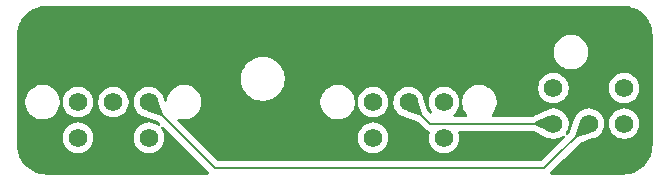
<source format=gbr>
%TF.GenerationSoftware,KiCad,Pcbnew,9.0.3*%
%TF.CreationDate,2025-10-12T18:36:48-05:00*%
%TF.ProjectId,MPPT-IOBreakoutPCB,4d505054-2d49-44f4-9272-65616b6f7574,rev?*%
%TF.SameCoordinates,Original*%
%TF.FileFunction,Copper,L2,Bot*%
%TF.FilePolarity,Positive*%
%FSLAX46Y46*%
G04 Gerber Fmt 4.6, Leading zero omitted, Abs format (unit mm)*
G04 Created by KiCad (PCBNEW 9.0.3) date 2025-10-12 18:36:48*
%MOMM*%
%LPD*%
G01*
G04 APERTURE LIST*
%TA.AperFunction,ComponentPad*%
%ADD10C,1.574800*%
%TD*%
%TA.AperFunction,Conductor*%
%ADD11C,0.200000*%
%TD*%
G04 APERTURE END LIST*
D10*
%TO.P,J1,1,Pin_1*%
%TO.N,+12V*%
X138840000Y-92679999D03*
%TO.P,J1,2,Pin_2*%
%TO.N,GND*%
X135840001Y-92679999D03*
%TO.P,J1,3,Pin_3*%
%TO.N,unconnected-(J1-Pin_3-Pad3)*%
X132840002Y-92679999D03*
%TO.P,J1,4,Pin_4*%
%TO.N,/CAN_H-in*%
X138840000Y-89680000D03*
%TO.P,J1,5,Pin_5*%
%TO.N,/CAN_L-in*%
X135840001Y-89680000D03*
%TO.P,J1,6,Pin_6*%
%TO.N,unconnected-(J1-Pin_6-Pad6)*%
X132840002Y-89680000D03*
%TD*%
%TO.P,J2,1,Pin_1*%
%TO.N,+12V*%
X113849998Y-92679999D03*
%TO.P,J2,2,Pin_2*%
%TO.N,GND*%
X110849999Y-92679999D03*
%TO.P,J2,3,Pin_3*%
%TO.N,unconnected-(J2-Pin_3-Pad3)*%
X107850000Y-92679999D03*
%TO.P,J2,4,Pin_4*%
%TO.N,/CAN_H-out*%
X113849998Y-89680000D03*
%TO.P,J2,5,Pin_5*%
%TO.N,/CAN_L-out*%
X110849999Y-89680000D03*
%TO.P,J2,6,Pin_6*%
%TO.N,unconnected-(J2-Pin_6-Pad6)*%
X107850000Y-89680000D03*
%TD*%
%TO.P,J3,1,Pin_1*%
%TO.N,+12V*%
X148104901Y-88490001D03*
%TO.P,J3,2,Pin_2*%
%TO.N,GND*%
X151104900Y-88490001D03*
%TO.P,J3,3,Pin_3*%
%TO.N,/CAN_H-in*%
X154104899Y-88490001D03*
%TO.P,J3,4,Pin_4*%
%TO.N,/CAN_L-in*%
X148104901Y-91490000D03*
%TO.P,J3,5,Pin_5*%
%TO.N,/CAN_H-out*%
X151104900Y-91490000D03*
%TO.P,J3,6,Pin_6*%
%TO.N,/CAN_L-out*%
X154104899Y-91490000D03*
%TD*%
D11*
%TO.N,/CAN_H-out*%
X147344900Y-95250000D02*
X119419998Y-95250000D01*
X151104900Y-91490000D02*
X147344900Y-95250000D01*
X119419998Y-95250000D02*
X113849998Y-89680000D01*
%TO.N,/CAN_L-in*%
X137650001Y-91490000D02*
X135840001Y-89680000D01*
X148104901Y-91490000D02*
X137650001Y-91490000D01*
%TD*%
%TA.AperFunction,Conductor*%
%TO.N,GND*%
G36*
X154003736Y-81500726D02*
G01*
X154293796Y-81518271D01*
X154308659Y-81520076D01*
X154590798Y-81571780D01*
X154605335Y-81575363D01*
X154879172Y-81660695D01*
X154893163Y-81666000D01*
X155154743Y-81783727D01*
X155167989Y-81790680D01*
X155413465Y-81939075D01*
X155425776Y-81947573D01*
X155651573Y-82124473D01*
X155662781Y-82134403D01*
X155865596Y-82337218D01*
X155875526Y-82348426D01*
X155995481Y-82501538D01*
X156052422Y-82574217D01*
X156060928Y-82586540D01*
X156209316Y-82832004D01*
X156216275Y-82845263D01*
X156333997Y-83106831D01*
X156339306Y-83120832D01*
X156424635Y-83394663D01*
X156428219Y-83409201D01*
X156479923Y-83691340D01*
X156481728Y-83706205D01*
X156499274Y-83996263D01*
X156499500Y-84003750D01*
X156499500Y-93296249D01*
X156499274Y-93303736D01*
X156481728Y-93593794D01*
X156479923Y-93608659D01*
X156428219Y-93890798D01*
X156424635Y-93905336D01*
X156339306Y-94179167D01*
X156333997Y-94193168D01*
X156216275Y-94454736D01*
X156209316Y-94467995D01*
X156060928Y-94713459D01*
X156052422Y-94725782D01*
X155875526Y-94951573D01*
X155865596Y-94962781D01*
X155662781Y-95165596D01*
X155651573Y-95175526D01*
X155425782Y-95352422D01*
X155413459Y-95360928D01*
X155167995Y-95509316D01*
X155154736Y-95516275D01*
X154893168Y-95633997D01*
X154879167Y-95639306D01*
X154605336Y-95724635D01*
X154590798Y-95728219D01*
X154308659Y-95779923D01*
X154293794Y-95781728D01*
X154003736Y-95799274D01*
X153996249Y-95799500D01*
X147943996Y-95799500D01*
X147876957Y-95779815D01*
X147831202Y-95727011D01*
X147821258Y-95657853D01*
X147850283Y-95594297D01*
X147856315Y-95587819D01*
X148989398Y-94454736D01*
X150315509Y-93128624D01*
X150363436Y-93098852D01*
X151397768Y-92748803D01*
X151403655Y-92747106D01*
X151406482Y-92746187D01*
X151406484Y-92746187D01*
X151599282Y-92683543D01*
X151779906Y-92591510D01*
X151906135Y-92499800D01*
X151943904Y-92472360D01*
X151943906Y-92472357D01*
X151943910Y-92472355D01*
X152087255Y-92329010D01*
X152087257Y-92329006D01*
X152087260Y-92329004D01*
X152191435Y-92185617D01*
X152206410Y-92165006D01*
X152298443Y-91984382D01*
X152361087Y-91791584D01*
X152392800Y-91591360D01*
X152392800Y-91388640D01*
X152816999Y-91388640D01*
X152816999Y-91591359D01*
X152838724Y-91728527D01*
X152848712Y-91791584D01*
X152911356Y-91984382D01*
X152980088Y-92119276D01*
X153003391Y-92165009D01*
X153122538Y-92329004D01*
X153265894Y-92472360D01*
X153394411Y-92565731D01*
X153429893Y-92591510D01*
X153610517Y-92683543D01*
X153803315Y-92746187D01*
X154003539Y-92777900D01*
X154003540Y-92777900D01*
X154206258Y-92777900D01*
X154206259Y-92777900D01*
X154406483Y-92746187D01*
X154599281Y-92683543D01*
X154779905Y-92591510D01*
X154906134Y-92499800D01*
X154943903Y-92472360D01*
X154943905Y-92472357D01*
X154943909Y-92472355D01*
X155087254Y-92329010D01*
X155087256Y-92329006D01*
X155087259Y-92329004D01*
X155191434Y-92185617D01*
X155206409Y-92165006D01*
X155298442Y-91984382D01*
X155361086Y-91791584D01*
X155392799Y-91591360D01*
X155392799Y-91388640D01*
X155361086Y-91188416D01*
X155298442Y-90995618D01*
X155206409Y-90814994D01*
X155182082Y-90781510D01*
X155087259Y-90650995D01*
X154943903Y-90507639D01*
X154779908Y-90388492D01*
X154779907Y-90388491D01*
X154779905Y-90388490D01*
X154599281Y-90296457D01*
X154406483Y-90233813D01*
X154406481Y-90233812D01*
X154406479Y-90233812D01*
X154266681Y-90211670D01*
X154206259Y-90202100D01*
X154003539Y-90202100D01*
X153957123Y-90209451D01*
X153803318Y-90233812D01*
X153610514Y-90296458D01*
X153429889Y-90388492D01*
X153265894Y-90507639D01*
X153122538Y-90650995D01*
X153003391Y-90814990D01*
X152911357Y-90995615D01*
X152848711Y-91188419D01*
X152816999Y-91388640D01*
X152392800Y-91388640D01*
X152361087Y-91188416D01*
X152298443Y-90995618D01*
X152206410Y-90814994D01*
X152182083Y-90781510D01*
X152087260Y-90650995D01*
X151943904Y-90507639D01*
X151779909Y-90388492D01*
X151779908Y-90388491D01*
X151779906Y-90388490D01*
X151599282Y-90296457D01*
X151406484Y-90233813D01*
X151406482Y-90233812D01*
X151406480Y-90233812D01*
X151266682Y-90211670D01*
X151206260Y-90202100D01*
X151003540Y-90202100D01*
X150957124Y-90209451D01*
X150803319Y-90233812D01*
X150610515Y-90296458D01*
X150429890Y-90388492D01*
X150265895Y-90507639D01*
X150122539Y-90650995D01*
X150003392Y-90814990D01*
X149911358Y-90995615D01*
X149847798Y-91191231D01*
X149846106Y-91197090D01*
X149496045Y-92231462D01*
X149466270Y-92279393D01*
X149326179Y-92419484D01*
X149264859Y-92452968D01*
X149195167Y-92447984D01*
X149139233Y-92406113D01*
X149114816Y-92340649D01*
X149129668Y-92272376D01*
X149138182Y-92258917D01*
X149191436Y-92185617D01*
X149206411Y-92165006D01*
X149298444Y-91984382D01*
X149361088Y-91791584D01*
X149392801Y-91591360D01*
X149392801Y-91388640D01*
X149361088Y-91188416D01*
X149298444Y-90995618D01*
X149206411Y-90814994D01*
X149182084Y-90781510D01*
X149087261Y-90650995D01*
X148943905Y-90507639D01*
X148779910Y-90388492D01*
X148779909Y-90388491D01*
X148779907Y-90388490D01*
X148599283Y-90296457D01*
X148406485Y-90233813D01*
X148406483Y-90233812D01*
X148406481Y-90233812D01*
X148266683Y-90211670D01*
X148206261Y-90202100D01*
X148003541Y-90202100D01*
X147957125Y-90209451D01*
X147803320Y-90233812D01*
X147610516Y-90296458D01*
X147427237Y-90389844D01*
X147421925Y-90392776D01*
X146845256Y-90677819D01*
X146467042Y-90864767D01*
X146442977Y-90876662D01*
X146388031Y-90889500D01*
X142990370Y-90889500D01*
X142923331Y-90869815D01*
X142877576Y-90817011D01*
X142867632Y-90747853D01*
X142896657Y-90684297D01*
X142902689Y-90677819D01*
X142918153Y-90662355D01*
X142951336Y-90629172D01*
X143086137Y-90443634D01*
X143190254Y-90239294D01*
X143261123Y-90021182D01*
X143267395Y-89981580D01*
X143296999Y-89794673D01*
X143296999Y-89565326D01*
X143261123Y-89338817D01*
X143211344Y-89185615D01*
X143190254Y-89120706D01*
X143190252Y-89120703D01*
X143190252Y-89120701D01*
X143131293Y-89004990D01*
X143086137Y-88916366D01*
X142951336Y-88730828D01*
X142789171Y-88568663D01*
X142672762Y-88484087D01*
X142672760Y-88484085D01*
X142603636Y-88433864D01*
X142603635Y-88433863D01*
X142603633Y-88433862D01*
X142521671Y-88392100D01*
X142514882Y-88388641D01*
X146817001Y-88388641D01*
X146817001Y-88591361D01*
X146848714Y-88791585D01*
X146911358Y-88984383D01*
X146980818Y-89120706D01*
X147003393Y-89165010D01*
X147122540Y-89329005D01*
X147265896Y-89472361D01*
X147380284Y-89555467D01*
X147429895Y-89591511D01*
X147610519Y-89683544D01*
X147803317Y-89746188D01*
X148003541Y-89777901D01*
X148003542Y-89777901D01*
X148206260Y-89777901D01*
X148206261Y-89777901D01*
X148406485Y-89746188D01*
X148599283Y-89683544D01*
X148779907Y-89591511D01*
X148879934Y-89518838D01*
X148943905Y-89472361D01*
X148943907Y-89472358D01*
X148943911Y-89472356D01*
X149087256Y-89329011D01*
X149087258Y-89329007D01*
X149087261Y-89329005D01*
X149191436Y-89185618D01*
X149206411Y-89165007D01*
X149298444Y-88984383D01*
X149361088Y-88791585D01*
X149392801Y-88591361D01*
X149392801Y-88388641D01*
X152816999Y-88388641D01*
X152816999Y-88591361D01*
X152848712Y-88791585D01*
X152911356Y-88984383D01*
X152980816Y-89120706D01*
X153003391Y-89165010D01*
X153122538Y-89329005D01*
X153265894Y-89472361D01*
X153380282Y-89555467D01*
X153429893Y-89591511D01*
X153610517Y-89683544D01*
X153803315Y-89746188D01*
X154003539Y-89777901D01*
X154003540Y-89777901D01*
X154206258Y-89777901D01*
X154206259Y-89777901D01*
X154406483Y-89746188D01*
X154599281Y-89683544D01*
X154779905Y-89591511D01*
X154879932Y-89518838D01*
X154943903Y-89472361D01*
X154943905Y-89472358D01*
X154943909Y-89472356D01*
X155087254Y-89329011D01*
X155087256Y-89329007D01*
X155087259Y-89329005D01*
X155191434Y-89185618D01*
X155206409Y-89165007D01*
X155298442Y-88984383D01*
X155361086Y-88791585D01*
X155392799Y-88591361D01*
X155392799Y-88388641D01*
X155361086Y-88188417D01*
X155298442Y-87995619D01*
X155206409Y-87814995D01*
X155198753Y-87804457D01*
X155087259Y-87650996D01*
X154943903Y-87507640D01*
X154779908Y-87388493D01*
X154779907Y-87388492D01*
X154779905Y-87388491D01*
X154599281Y-87296458D01*
X154406483Y-87233814D01*
X154406481Y-87233813D01*
X154406479Y-87233813D01*
X154266681Y-87211671D01*
X154206259Y-87202101D01*
X154003539Y-87202101D01*
X153957123Y-87209452D01*
X153803318Y-87233813D01*
X153610514Y-87296459D01*
X153429889Y-87388493D01*
X153265894Y-87507640D01*
X153122538Y-87650996D01*
X153003391Y-87814991D01*
X152911357Y-87995616D01*
X152848711Y-88188420D01*
X152826327Y-88329745D01*
X152816999Y-88388641D01*
X149392801Y-88388641D01*
X149361088Y-88188417D01*
X149298444Y-87995619D01*
X149206411Y-87814995D01*
X149198755Y-87804457D01*
X149087261Y-87650996D01*
X148943905Y-87507640D01*
X148779910Y-87388493D01*
X148779909Y-87388492D01*
X148779907Y-87388491D01*
X148599283Y-87296458D01*
X148406485Y-87233814D01*
X148406483Y-87233813D01*
X148406481Y-87233813D01*
X148266683Y-87211671D01*
X148206261Y-87202101D01*
X148003541Y-87202101D01*
X147957125Y-87209452D01*
X147803320Y-87233813D01*
X147610516Y-87296459D01*
X147429891Y-87388493D01*
X147265896Y-87507640D01*
X147122540Y-87650996D01*
X147003393Y-87814991D01*
X146911359Y-87995616D01*
X146848713Y-88188420D01*
X146826329Y-88329745D01*
X146817001Y-88388641D01*
X142514882Y-88388641D01*
X142399297Y-88329746D01*
X142181181Y-88258875D01*
X141954672Y-88223000D01*
X141954667Y-88223000D01*
X141725331Y-88223000D01*
X141725326Y-88223000D01*
X141498816Y-88258875D01*
X141280700Y-88329746D01*
X141076364Y-88433862D01*
X140890824Y-88568665D01*
X140728664Y-88730825D01*
X140593861Y-88916365D01*
X140489745Y-89120701D01*
X140418874Y-89338817D01*
X140382999Y-89565326D01*
X140382999Y-89794673D01*
X140418874Y-90021182D01*
X140489745Y-90239298D01*
X140566317Y-90389577D01*
X140593861Y-90443634D01*
X140728662Y-90629172D01*
X140728664Y-90629174D01*
X140777309Y-90677819D01*
X140810794Y-90739142D01*
X140805810Y-90808834D01*
X140763938Y-90864767D01*
X140698474Y-90889184D01*
X140689628Y-90889500D01*
X139748005Y-90889500D01*
X139680966Y-90869815D01*
X139635211Y-90817011D01*
X139625267Y-90747853D01*
X139654292Y-90684297D01*
X139675122Y-90665180D01*
X139676405Y-90664247D01*
X139679010Y-90662355D01*
X139822355Y-90519010D01*
X139822357Y-90519006D01*
X139822360Y-90519004D01*
X139877118Y-90443634D01*
X139941510Y-90355006D01*
X140033543Y-90174382D01*
X140096187Y-89981584D01*
X140127900Y-89781360D01*
X140127900Y-89578640D01*
X140096187Y-89378416D01*
X140033543Y-89185618D01*
X139941510Y-89004994D01*
X139881752Y-88922743D01*
X139822360Y-88840995D01*
X139679004Y-88697639D01*
X139515009Y-88578492D01*
X139515008Y-88578491D01*
X139515006Y-88578490D01*
X139334382Y-88486457D01*
X139141584Y-88423813D01*
X139141582Y-88423812D01*
X139141580Y-88423812D01*
X139001782Y-88401670D01*
X138941360Y-88392100D01*
X138738640Y-88392100D01*
X138692224Y-88399451D01*
X138538419Y-88423812D01*
X138345615Y-88486458D01*
X138164990Y-88578492D01*
X138000995Y-88697639D01*
X137857639Y-88840995D01*
X137738492Y-89004990D01*
X137646458Y-89185615D01*
X137583812Y-89378419D01*
X137571516Y-89456052D01*
X137552100Y-89578640D01*
X137552100Y-89781360D01*
X137583813Y-89981584D01*
X137596679Y-90021182D01*
X137646458Y-90174384D01*
X137738489Y-90355005D01*
X137806721Y-90448919D01*
X137830200Y-90514726D01*
X137814374Y-90582780D01*
X137764268Y-90631474D01*
X137695790Y-90645349D01*
X137630681Y-90619999D01*
X137618721Y-90609485D01*
X137478627Y-90469391D01*
X137448852Y-90421460D01*
X137406547Y-90296457D01*
X137098803Y-89387122D01*
X137097106Y-89381243D01*
X137096188Y-89378419D01*
X137096188Y-89378416D01*
X137033544Y-89185618D01*
X137033542Y-89185615D01*
X137033542Y-89185613D01*
X137000153Y-89120084D01*
X136941511Y-89004994D01*
X136881753Y-88922743D01*
X136822361Y-88840995D01*
X136679005Y-88697639D01*
X136515010Y-88578492D01*
X136515009Y-88578491D01*
X136515007Y-88578490D01*
X136334383Y-88486457D01*
X136141585Y-88423813D01*
X136141583Y-88423812D01*
X136141581Y-88423812D01*
X136001783Y-88401670D01*
X135941361Y-88392100D01*
X135738641Y-88392100D01*
X135692225Y-88399451D01*
X135538420Y-88423812D01*
X135345616Y-88486458D01*
X135164991Y-88578492D01*
X135000996Y-88697639D01*
X134857640Y-88840995D01*
X134738493Y-89004990D01*
X134646459Y-89185615D01*
X134583813Y-89378419D01*
X134571517Y-89456052D01*
X134552101Y-89578640D01*
X134552101Y-89781360D01*
X134583814Y-89981584D01*
X134646458Y-90174382D01*
X134738490Y-90355005D01*
X134738493Y-90355009D01*
X134857640Y-90519004D01*
X135000996Y-90662360D01*
X135154457Y-90773854D01*
X135164995Y-90781510D01*
X135280085Y-90840152D01*
X135345614Y-90873541D01*
X135345616Y-90873541D01*
X135345619Y-90873543D01*
X135538417Y-90936187D01*
X135538420Y-90936187D01*
X135541244Y-90937105D01*
X135547126Y-90938802D01*
X136553463Y-91279376D01*
X136581461Y-91288851D01*
X136629391Y-91318625D01*
X137281285Y-91970520D01*
X137281287Y-91970521D01*
X137281291Y-91970524D01*
X137418210Y-92049573D01*
X137418217Y-92049577D01*
X137542626Y-92082913D01*
X137602283Y-92119276D01*
X137632812Y-92182123D01*
X137628460Y-92241003D01*
X137583813Y-92378413D01*
X137583812Y-92378418D01*
X137560868Y-92523280D01*
X137552100Y-92578639D01*
X137552100Y-92781359D01*
X137583813Y-92981583D01*
X137646457Y-93174381D01*
X137710463Y-93300000D01*
X137738492Y-93355008D01*
X137857639Y-93519003D01*
X138000995Y-93662359D01*
X138154456Y-93773853D01*
X138164994Y-93781509D01*
X138345618Y-93873542D01*
X138538416Y-93936186D01*
X138738640Y-93967899D01*
X138738641Y-93967899D01*
X138941359Y-93967899D01*
X138941360Y-93967899D01*
X139141584Y-93936186D01*
X139334382Y-93873542D01*
X139515006Y-93781509D01*
X139607085Y-93714609D01*
X139679004Y-93662359D01*
X139679006Y-93662356D01*
X139679010Y-93662354D01*
X139822355Y-93519009D01*
X139822357Y-93519005D01*
X139822360Y-93519003D01*
X139874610Y-93447084D01*
X139941510Y-93355005D01*
X140033543Y-93174381D01*
X140096187Y-92981583D01*
X140127900Y-92781359D01*
X140127900Y-92578639D01*
X140096187Y-92378415D01*
X140055378Y-92252818D01*
X140053383Y-92182977D01*
X140089463Y-92123144D01*
X140152164Y-92092316D01*
X140173309Y-92090500D01*
X146388033Y-92090500D01*
X146442978Y-92103337D01*
X147421915Y-92587217D01*
X147427254Y-92590164D01*
X147429893Y-92591508D01*
X147429895Y-92591510D01*
X147610519Y-92683543D01*
X147803317Y-92746187D01*
X148003541Y-92777900D01*
X148003542Y-92777900D01*
X148206260Y-92777900D01*
X148206261Y-92777900D01*
X148406485Y-92746187D01*
X148599283Y-92683543D01*
X148779907Y-92591510D01*
X148873819Y-92523279D01*
X148939624Y-92499800D01*
X149007678Y-92515625D01*
X149056373Y-92565731D01*
X149070248Y-92634209D01*
X149044899Y-92699318D01*
X149034384Y-92711279D01*
X147132484Y-94613181D01*
X147071161Y-94646666D01*
X147044803Y-94649500D01*
X119720096Y-94649500D01*
X119653057Y-94629815D01*
X119632415Y-94613181D01*
X117597873Y-92578639D01*
X131552102Y-92578639D01*
X131552102Y-92781359D01*
X131583815Y-92981583D01*
X131646459Y-93174381D01*
X131710465Y-93300000D01*
X131738494Y-93355008D01*
X131857641Y-93519003D01*
X132000997Y-93662359D01*
X132154458Y-93773853D01*
X132164996Y-93781509D01*
X132345620Y-93873542D01*
X132538418Y-93936186D01*
X132738642Y-93967899D01*
X132738643Y-93967899D01*
X132941361Y-93967899D01*
X132941362Y-93967899D01*
X133141586Y-93936186D01*
X133334384Y-93873542D01*
X133515008Y-93781509D01*
X133607087Y-93714609D01*
X133679006Y-93662359D01*
X133679008Y-93662356D01*
X133679012Y-93662354D01*
X133822357Y-93519009D01*
X133822359Y-93519005D01*
X133822362Y-93519003D01*
X133874612Y-93447084D01*
X133941512Y-93355005D01*
X134033545Y-93174381D01*
X134096189Y-92981583D01*
X134127902Y-92781359D01*
X134127902Y-92578639D01*
X134096189Y-92378415D01*
X134033545Y-92185617D01*
X133941512Y-92004993D01*
X133916465Y-91970518D01*
X133822362Y-91840994D01*
X133679006Y-91697638D01*
X133515011Y-91578491D01*
X133515010Y-91578490D01*
X133515008Y-91578489D01*
X133334384Y-91486456D01*
X133141586Y-91423812D01*
X133141584Y-91423811D01*
X133141582Y-91423811D01*
X133001784Y-91401669D01*
X132941362Y-91392099D01*
X132738642Y-91392099D01*
X132692226Y-91399450D01*
X132538421Y-91423811D01*
X132345617Y-91486457D01*
X132164992Y-91578491D01*
X132000997Y-91697638D01*
X131857641Y-91840994D01*
X131738494Y-92004989D01*
X131646460Y-92185614D01*
X131583814Y-92378418D01*
X131560870Y-92523280D01*
X131552102Y-92578639D01*
X117597873Y-92578639D01*
X116298610Y-91279376D01*
X116265125Y-91218053D01*
X116270109Y-91148361D01*
X116311981Y-91092428D01*
X116377445Y-91068011D01*
X116424610Y-91073764D01*
X116508814Y-91101124D01*
X116735324Y-91137000D01*
X116735329Y-91137000D01*
X116964670Y-91137000D01*
X117191179Y-91101124D01*
X117217942Y-91092428D01*
X117409291Y-91030255D01*
X117613631Y-90926138D01*
X117799169Y-90791337D01*
X117961334Y-90629172D01*
X118096135Y-90443634D01*
X118200252Y-90239294D01*
X118271121Y-90021182D01*
X118277393Y-89981580D01*
X118306997Y-89794673D01*
X118306997Y-89565326D01*
X128383003Y-89565326D01*
X128383003Y-89794673D01*
X128418878Y-90021182D01*
X128489749Y-90239298D01*
X128566321Y-90389577D01*
X128593865Y-90443634D01*
X128728666Y-90629172D01*
X128890831Y-90791337D01*
X129076369Y-90926138D01*
X129158331Y-90967900D01*
X129280704Y-91030253D01*
X129280706Y-91030253D01*
X129280709Y-91030255D01*
X129396910Y-91068011D01*
X129498820Y-91101124D01*
X129725330Y-91137000D01*
X129725335Y-91137000D01*
X129954676Y-91137000D01*
X130181185Y-91101124D01*
X130207948Y-91092428D01*
X130399297Y-91030255D01*
X130603637Y-90926138D01*
X130789175Y-90791337D01*
X130951340Y-90629172D01*
X131086141Y-90443634D01*
X131190258Y-90239294D01*
X131261127Y-90021182D01*
X131267399Y-89981580D01*
X131297003Y-89794673D01*
X131297003Y-89578640D01*
X131552102Y-89578640D01*
X131552102Y-89781360D01*
X131583815Y-89981584D01*
X131646459Y-90174382D01*
X131738491Y-90355005D01*
X131738494Y-90355009D01*
X131857641Y-90519004D01*
X132000997Y-90662360D01*
X132154458Y-90773854D01*
X132164996Y-90781510D01*
X132345620Y-90873543D01*
X132538418Y-90936187D01*
X132738642Y-90967900D01*
X132738643Y-90967900D01*
X132941361Y-90967900D01*
X132941362Y-90967900D01*
X133141586Y-90936187D01*
X133334384Y-90873543D01*
X133515008Y-90781510D01*
X133607087Y-90714610D01*
X133679006Y-90662360D01*
X133679008Y-90662357D01*
X133679012Y-90662355D01*
X133822357Y-90519010D01*
X133822359Y-90519006D01*
X133822362Y-90519004D01*
X133877120Y-90443634D01*
X133941512Y-90355006D01*
X134033545Y-90174382D01*
X134096189Y-89981584D01*
X134127902Y-89781360D01*
X134127902Y-89578640D01*
X134096189Y-89378416D01*
X134033545Y-89185618D01*
X133941512Y-89004994D01*
X133881754Y-88922743D01*
X133822362Y-88840995D01*
X133679006Y-88697639D01*
X133515011Y-88578492D01*
X133515010Y-88578491D01*
X133515008Y-88578490D01*
X133334384Y-88486457D01*
X133141586Y-88423813D01*
X133141584Y-88423812D01*
X133141582Y-88423812D01*
X133001784Y-88401670D01*
X132941362Y-88392100D01*
X132738642Y-88392100D01*
X132692226Y-88399451D01*
X132538421Y-88423812D01*
X132345617Y-88486458D01*
X132164992Y-88578492D01*
X132000997Y-88697639D01*
X131857641Y-88840995D01*
X131738494Y-89004990D01*
X131646460Y-89185615D01*
X131583814Y-89378419D01*
X131571518Y-89456052D01*
X131552102Y-89578640D01*
X131297003Y-89578640D01*
X131297003Y-89565326D01*
X131261127Y-89338817D01*
X131211348Y-89185615D01*
X131190258Y-89120706D01*
X131190256Y-89120703D01*
X131190256Y-89120701D01*
X131131297Y-89004990D01*
X131086141Y-88916366D01*
X130951340Y-88730828D01*
X130789175Y-88568663D01*
X130603637Y-88433862D01*
X130583913Y-88423812D01*
X130399301Y-88329746D01*
X130181185Y-88258875D01*
X129954676Y-88223000D01*
X129954671Y-88223000D01*
X129725335Y-88223000D01*
X129725330Y-88223000D01*
X129498820Y-88258875D01*
X129280704Y-88329746D01*
X129076368Y-88433862D01*
X128890828Y-88568665D01*
X128728668Y-88730825D01*
X128593865Y-88916365D01*
X128489749Y-89120701D01*
X128418878Y-89338817D01*
X128383003Y-89565326D01*
X118306997Y-89565326D01*
X118271121Y-89338817D01*
X118221342Y-89185615D01*
X118200252Y-89120706D01*
X118200250Y-89120703D01*
X118200250Y-89120701D01*
X118141291Y-89004990D01*
X118096135Y-88916366D01*
X117961334Y-88730828D01*
X117799169Y-88568663D01*
X117613631Y-88433862D01*
X117593907Y-88423812D01*
X117409295Y-88329746D01*
X117191179Y-88258875D01*
X116964670Y-88223000D01*
X116964665Y-88223000D01*
X116735329Y-88223000D01*
X116735324Y-88223000D01*
X116508814Y-88258875D01*
X116290698Y-88329746D01*
X116086362Y-88433862D01*
X115900822Y-88568665D01*
X115738662Y-88730825D01*
X115603859Y-88916365D01*
X115499743Y-89120701D01*
X115428873Y-89338816D01*
X115400306Y-89519174D01*
X115397905Y-89524236D01*
X115398134Y-89529837D01*
X115383100Y-89555467D01*
X115370376Y-89582308D01*
X115365619Y-89585269D01*
X115362784Y-89590104D01*
X115336278Y-89603538D01*
X115311064Y-89619239D01*
X115305462Y-89619158D01*
X115300463Y-89621693D01*
X115270906Y-89618665D01*
X115241202Y-89618241D01*
X115236530Y-89615143D01*
X115230957Y-89614573D01*
X115207736Y-89596052D01*
X115182969Y-89579631D01*
X115179559Y-89573578D01*
X115176334Y-89571006D01*
X115160377Y-89539525D01*
X115157098Y-89529837D01*
X115108800Y-89387122D01*
X115107102Y-89381241D01*
X115106185Y-89378419D01*
X115106185Y-89378416D01*
X115043541Y-89185618D01*
X115043539Y-89185615D01*
X115043539Y-89185613D01*
X115010150Y-89120084D01*
X114951508Y-89004994D01*
X114891750Y-88922743D01*
X114832358Y-88840995D01*
X114689002Y-88697639D01*
X114525007Y-88578492D01*
X114525006Y-88578491D01*
X114525004Y-88578490D01*
X114344380Y-88486457D01*
X114151582Y-88423813D01*
X114151580Y-88423812D01*
X114151578Y-88423812D01*
X114011780Y-88401670D01*
X113951358Y-88392100D01*
X113748638Y-88392100D01*
X113702222Y-88399451D01*
X113548417Y-88423812D01*
X113355613Y-88486458D01*
X113174988Y-88578492D01*
X113010993Y-88697639D01*
X112867637Y-88840995D01*
X112748490Y-89004990D01*
X112656456Y-89185615D01*
X112593810Y-89378419D01*
X112581514Y-89456052D01*
X112562098Y-89578640D01*
X112562098Y-89781360D01*
X112593811Y-89981584D01*
X112656455Y-90174382D01*
X112748487Y-90355005D01*
X112748490Y-90355009D01*
X112867637Y-90519004D01*
X113010993Y-90662360D01*
X113164454Y-90773854D01*
X113174992Y-90781510D01*
X113290082Y-90840152D01*
X113355611Y-90873541D01*
X113355613Y-90873541D01*
X113355616Y-90873543D01*
X113548414Y-90936187D01*
X113548419Y-90936187D01*
X113551239Y-90937104D01*
X113557120Y-90938802D01*
X114591458Y-91288852D01*
X114639389Y-91318627D01*
X114779480Y-91458718D01*
X114812965Y-91520041D01*
X114807981Y-91589733D01*
X114766109Y-91645666D01*
X114700645Y-91670083D01*
X114632372Y-91655231D01*
X114618914Y-91646718D01*
X114525003Y-91578488D01*
X114344382Y-91486457D01*
X114344381Y-91486456D01*
X114344380Y-91486456D01*
X114151582Y-91423812D01*
X114151580Y-91423811D01*
X114151578Y-91423811D01*
X114011780Y-91401669D01*
X113951358Y-91392099D01*
X113748638Y-91392099D01*
X113702222Y-91399450D01*
X113548417Y-91423811D01*
X113355613Y-91486457D01*
X113174988Y-91578491D01*
X113010993Y-91697638D01*
X112867637Y-91840994D01*
X112748490Y-92004989D01*
X112656456Y-92185614D01*
X112593810Y-92378418D01*
X112570866Y-92523280D01*
X112562098Y-92578639D01*
X112562098Y-92781359D01*
X112593811Y-92981583D01*
X112656455Y-93174381D01*
X112720461Y-93300000D01*
X112748490Y-93355008D01*
X112867637Y-93519003D01*
X113010993Y-93662359D01*
X113164454Y-93773853D01*
X113174992Y-93781509D01*
X113355616Y-93873542D01*
X113548414Y-93936186D01*
X113748638Y-93967899D01*
X113748639Y-93967899D01*
X113951357Y-93967899D01*
X113951358Y-93967899D01*
X114151582Y-93936186D01*
X114344380Y-93873542D01*
X114525004Y-93781509D01*
X114617083Y-93714609D01*
X114689002Y-93662359D01*
X114689004Y-93662356D01*
X114689008Y-93662354D01*
X114832353Y-93519009D01*
X114832355Y-93519005D01*
X114832358Y-93519003D01*
X114884608Y-93447084D01*
X114951508Y-93355005D01*
X115043541Y-93174381D01*
X115106185Y-92981583D01*
X115137898Y-92781359D01*
X115137898Y-92578639D01*
X115106185Y-92378415D01*
X115043541Y-92185617D01*
X114951508Y-92004993D01*
X114926461Y-91970518D01*
X114883279Y-91911082D01*
X114859799Y-91845275D01*
X114875625Y-91777222D01*
X114925731Y-91728527D01*
X114994209Y-91714652D01*
X115059318Y-91740001D01*
X115071278Y-91750516D01*
X118908581Y-95587819D01*
X118942066Y-95649142D01*
X118937082Y-95718834D01*
X118895210Y-95774767D01*
X118829746Y-95799184D01*
X118820900Y-95799500D01*
X105203751Y-95799500D01*
X105196264Y-95799274D01*
X104906205Y-95781728D01*
X104891340Y-95779923D01*
X104609201Y-95728219D01*
X104594663Y-95724635D01*
X104320832Y-95639306D01*
X104306831Y-95633997D01*
X104045263Y-95516275D01*
X104032004Y-95509316D01*
X103786540Y-95360928D01*
X103774217Y-95352422D01*
X103548426Y-95175526D01*
X103537218Y-95165596D01*
X103334403Y-94962781D01*
X103324473Y-94951573D01*
X103147573Y-94725776D01*
X103139075Y-94713465D01*
X102990680Y-94467989D01*
X102983727Y-94454743D01*
X102866000Y-94193163D01*
X102860693Y-94179167D01*
X102775364Y-93905336D01*
X102771780Y-93890798D01*
X102751752Y-93781509D01*
X102720075Y-93608657D01*
X102718271Y-93593794D01*
X102700726Y-93303736D01*
X102700500Y-93296249D01*
X102700500Y-92578639D01*
X106562100Y-92578639D01*
X106562100Y-92781359D01*
X106593813Y-92981583D01*
X106656457Y-93174381D01*
X106720463Y-93300000D01*
X106748492Y-93355008D01*
X106867639Y-93519003D01*
X107010995Y-93662359D01*
X107164456Y-93773853D01*
X107174994Y-93781509D01*
X107355618Y-93873542D01*
X107548416Y-93936186D01*
X107748640Y-93967899D01*
X107748641Y-93967899D01*
X107951359Y-93967899D01*
X107951360Y-93967899D01*
X108151584Y-93936186D01*
X108344382Y-93873542D01*
X108525006Y-93781509D01*
X108617085Y-93714609D01*
X108689004Y-93662359D01*
X108689006Y-93662356D01*
X108689010Y-93662354D01*
X108832355Y-93519009D01*
X108832357Y-93519005D01*
X108832360Y-93519003D01*
X108884610Y-93447084D01*
X108951510Y-93355005D01*
X109043543Y-93174381D01*
X109106187Y-92981583D01*
X109137900Y-92781359D01*
X109137900Y-92578639D01*
X109106187Y-92378415D01*
X109043543Y-92185617D01*
X108951510Y-92004993D01*
X108926463Y-91970518D01*
X108832360Y-91840994D01*
X108689004Y-91697638D01*
X108525009Y-91578491D01*
X108525008Y-91578490D01*
X108525006Y-91578489D01*
X108344382Y-91486456D01*
X108151584Y-91423812D01*
X108151582Y-91423811D01*
X108151580Y-91423811D01*
X108011782Y-91401669D01*
X107951360Y-91392099D01*
X107748640Y-91392099D01*
X107702224Y-91399450D01*
X107548419Y-91423811D01*
X107355615Y-91486457D01*
X107174990Y-91578491D01*
X107010995Y-91697638D01*
X106867639Y-91840994D01*
X106748492Y-92004989D01*
X106656458Y-92185614D01*
X106593812Y-92378418D01*
X106570868Y-92523280D01*
X106562100Y-92578639D01*
X102700500Y-92578639D01*
X102700500Y-89565326D01*
X103393001Y-89565326D01*
X103393001Y-89794673D01*
X103428876Y-90021182D01*
X103499747Y-90239298D01*
X103576319Y-90389577D01*
X103603863Y-90443634D01*
X103738664Y-90629172D01*
X103900829Y-90791337D01*
X104086367Y-90926138D01*
X104168329Y-90967900D01*
X104290702Y-91030253D01*
X104290704Y-91030253D01*
X104290707Y-91030255D01*
X104406908Y-91068011D01*
X104508818Y-91101124D01*
X104735328Y-91137000D01*
X104735333Y-91137000D01*
X104964674Y-91137000D01*
X105191183Y-91101124D01*
X105217946Y-91092428D01*
X105409295Y-91030255D01*
X105613635Y-90926138D01*
X105799173Y-90791337D01*
X105961338Y-90629172D01*
X106096139Y-90443634D01*
X106200256Y-90239294D01*
X106271125Y-90021182D01*
X106277397Y-89981580D01*
X106307001Y-89794673D01*
X106307001Y-89578640D01*
X106562100Y-89578640D01*
X106562100Y-89781360D01*
X106593813Y-89981584D01*
X106656457Y-90174382D01*
X106748489Y-90355005D01*
X106748492Y-90355009D01*
X106867639Y-90519004D01*
X107010995Y-90662360D01*
X107164456Y-90773854D01*
X107174994Y-90781510D01*
X107355618Y-90873543D01*
X107548416Y-90936187D01*
X107748640Y-90967900D01*
X107748641Y-90967900D01*
X107951359Y-90967900D01*
X107951360Y-90967900D01*
X108151584Y-90936187D01*
X108344382Y-90873543D01*
X108525006Y-90781510D01*
X108617085Y-90714610D01*
X108689004Y-90662360D01*
X108689006Y-90662357D01*
X108689010Y-90662355D01*
X108832355Y-90519010D01*
X108832357Y-90519006D01*
X108832360Y-90519004D01*
X108887118Y-90443634D01*
X108951510Y-90355006D01*
X109043543Y-90174382D01*
X109106187Y-89981584D01*
X109137900Y-89781360D01*
X109137900Y-89578640D01*
X109562099Y-89578640D01*
X109562099Y-89781360D01*
X109593812Y-89981584D01*
X109656456Y-90174382D01*
X109748488Y-90355005D01*
X109748491Y-90355009D01*
X109867638Y-90519004D01*
X110010994Y-90662360D01*
X110164455Y-90773854D01*
X110174993Y-90781510D01*
X110355617Y-90873543D01*
X110548415Y-90936187D01*
X110748639Y-90967900D01*
X110748640Y-90967900D01*
X110951358Y-90967900D01*
X110951359Y-90967900D01*
X111151583Y-90936187D01*
X111344381Y-90873543D01*
X111525005Y-90781510D01*
X111617084Y-90714610D01*
X111689003Y-90662360D01*
X111689005Y-90662357D01*
X111689009Y-90662355D01*
X111832354Y-90519010D01*
X111832356Y-90519006D01*
X111832359Y-90519004D01*
X111887117Y-90443634D01*
X111951509Y-90355006D01*
X112043542Y-90174382D01*
X112106186Y-89981584D01*
X112137899Y-89781360D01*
X112137899Y-89578640D01*
X112106186Y-89378416D01*
X112043542Y-89185618D01*
X111951509Y-89004994D01*
X111891751Y-88922743D01*
X111832359Y-88840995D01*
X111689003Y-88697639D01*
X111525008Y-88578492D01*
X111525007Y-88578491D01*
X111525005Y-88578490D01*
X111344381Y-88486457D01*
X111151583Y-88423813D01*
X111151581Y-88423812D01*
X111151579Y-88423812D01*
X111011781Y-88401670D01*
X110951359Y-88392100D01*
X110748639Y-88392100D01*
X110702223Y-88399451D01*
X110548418Y-88423812D01*
X110355614Y-88486458D01*
X110174989Y-88578492D01*
X110010994Y-88697639D01*
X109867638Y-88840995D01*
X109748491Y-89004990D01*
X109656457Y-89185615D01*
X109593811Y-89378419D01*
X109581515Y-89456052D01*
X109562099Y-89578640D01*
X109137900Y-89578640D01*
X109106187Y-89378416D01*
X109043543Y-89185618D01*
X108951510Y-89004994D01*
X108891752Y-88922743D01*
X108832360Y-88840995D01*
X108689004Y-88697639D01*
X108525009Y-88578492D01*
X108525008Y-88578491D01*
X108525006Y-88578490D01*
X108344382Y-88486457D01*
X108151584Y-88423813D01*
X108151582Y-88423812D01*
X108151580Y-88423812D01*
X108011782Y-88401670D01*
X107951360Y-88392100D01*
X107748640Y-88392100D01*
X107702224Y-88399451D01*
X107548419Y-88423812D01*
X107355615Y-88486458D01*
X107174990Y-88578492D01*
X107010995Y-88697639D01*
X106867639Y-88840995D01*
X106748492Y-89004990D01*
X106656458Y-89185615D01*
X106593812Y-89378419D01*
X106581516Y-89456052D01*
X106562100Y-89578640D01*
X106307001Y-89578640D01*
X106307001Y-89565326D01*
X106271125Y-89338817D01*
X106221346Y-89185615D01*
X106200256Y-89120706D01*
X106200254Y-89120703D01*
X106200254Y-89120701D01*
X106141295Y-89004990D01*
X106096139Y-88916366D01*
X105961338Y-88730828D01*
X105799173Y-88568663D01*
X105613635Y-88433862D01*
X105593911Y-88423812D01*
X105409299Y-88329746D01*
X105191183Y-88258875D01*
X104964674Y-88223000D01*
X104964669Y-88223000D01*
X104735333Y-88223000D01*
X104735328Y-88223000D01*
X104508818Y-88258875D01*
X104290702Y-88329746D01*
X104086366Y-88433862D01*
X103900826Y-88568665D01*
X103738666Y-88730825D01*
X103603863Y-88916365D01*
X103499747Y-89120701D01*
X103428876Y-89338817D01*
X103393001Y-89565326D01*
X102700500Y-89565326D01*
X102700500Y-87578711D01*
X121649500Y-87578711D01*
X121649500Y-87821288D01*
X121681161Y-88061785D01*
X121743947Y-88296104D01*
X121836773Y-88520205D01*
X121836776Y-88520212D01*
X121958064Y-88730289D01*
X121958066Y-88730292D01*
X121958067Y-88730293D01*
X122105733Y-88922736D01*
X122105739Y-88922743D01*
X122277256Y-89094260D01*
X122277263Y-89094266D01*
X122369455Y-89165007D01*
X122469711Y-89241936D01*
X122679788Y-89363224D01*
X122903900Y-89456054D01*
X123138211Y-89518838D01*
X123318586Y-89542584D01*
X123378711Y-89550500D01*
X123378712Y-89550500D01*
X123621289Y-89550500D01*
X123669388Y-89544167D01*
X123861789Y-89518838D01*
X124096100Y-89456054D01*
X124110315Y-89450165D01*
X124120617Y-89445899D01*
X124163856Y-89427988D01*
X124320212Y-89363224D01*
X124530289Y-89241936D01*
X124722738Y-89094265D01*
X124894265Y-88922738D01*
X125041936Y-88730289D01*
X125163224Y-88520212D01*
X125256054Y-88296100D01*
X125318838Y-88061789D01*
X125350500Y-87821288D01*
X125350500Y-87578712D01*
X125318838Y-87338211D01*
X125256054Y-87103900D01*
X125163224Y-86879788D01*
X125041936Y-86669711D01*
X124894265Y-86477262D01*
X124894260Y-86477256D01*
X124722743Y-86305739D01*
X124722736Y-86305733D01*
X124530293Y-86158067D01*
X124530292Y-86158066D01*
X124530289Y-86158064D01*
X124320212Y-86036776D01*
X124320205Y-86036773D01*
X124096104Y-85943947D01*
X123861785Y-85881161D01*
X123621289Y-85849500D01*
X123621288Y-85849500D01*
X123378712Y-85849500D01*
X123378711Y-85849500D01*
X123138214Y-85881161D01*
X122903895Y-85943947D01*
X122679794Y-86036773D01*
X122679785Y-86036777D01*
X122469706Y-86158067D01*
X122277263Y-86305733D01*
X122277256Y-86305739D01*
X122105739Y-86477256D01*
X122105733Y-86477263D01*
X121958067Y-86669706D01*
X121836777Y-86879785D01*
X121836773Y-86879794D01*
X121743947Y-87103895D01*
X121681161Y-87338214D01*
X121649500Y-87578711D01*
X102700500Y-87578711D01*
X102700500Y-85325325D01*
X148147901Y-85325325D01*
X148147901Y-85554672D01*
X148183776Y-85781181D01*
X148254647Y-85999297D01*
X148335544Y-86158064D01*
X148358763Y-86203633D01*
X148493564Y-86389171D01*
X148655729Y-86551336D01*
X148841267Y-86686137D01*
X148937807Y-86735327D01*
X149045602Y-86790252D01*
X149045604Y-86790252D01*
X149045607Y-86790254D01*
X149162520Y-86828241D01*
X149263718Y-86861123D01*
X149490228Y-86896999D01*
X149490233Y-86896999D01*
X149719574Y-86896999D01*
X149946083Y-86861123D01*
X150164195Y-86790254D01*
X150368535Y-86686137D01*
X150554073Y-86551336D01*
X150716238Y-86389171D01*
X150851039Y-86203633D01*
X150955156Y-85999293D01*
X151026025Y-85781181D01*
X151061901Y-85554672D01*
X151061901Y-85325325D01*
X151026025Y-85098816D01*
X150955154Y-84880700D01*
X150851038Y-84676364D01*
X150716238Y-84490827D01*
X150554073Y-84328662D01*
X150368535Y-84193861D01*
X150164199Y-84089745D01*
X149946083Y-84018874D01*
X149719574Y-83982999D01*
X149719569Y-83982999D01*
X149490233Y-83982999D01*
X149490228Y-83982999D01*
X149263718Y-84018874D01*
X149045602Y-84089745D01*
X148841266Y-84193861D01*
X148655726Y-84328664D01*
X148493566Y-84490824D01*
X148358763Y-84676364D01*
X148254647Y-84880700D01*
X148183776Y-85098816D01*
X148147901Y-85325325D01*
X102700500Y-85325325D01*
X102700500Y-84003750D01*
X102700726Y-83996263D01*
X102718271Y-83706205D01*
X102720076Y-83691340D01*
X102771780Y-83409201D01*
X102775364Y-83394663D01*
X102852096Y-83148422D01*
X102860696Y-83120822D01*
X102865998Y-83106841D01*
X102983731Y-82845249D01*
X102990676Y-82832016D01*
X103139080Y-82586526D01*
X103147567Y-82574230D01*
X103324480Y-82348417D01*
X103334395Y-82337226D01*
X103537226Y-82134395D01*
X103548417Y-82124480D01*
X103774230Y-81947567D01*
X103786526Y-81939080D01*
X104032016Y-81790676D01*
X104045249Y-81783731D01*
X104306841Y-81665998D01*
X104320822Y-81660696D01*
X104594668Y-81575362D01*
X104609197Y-81571780D01*
X104891344Y-81520075D01*
X104906201Y-81518271D01*
X105196264Y-81500726D01*
X105203751Y-81500500D01*
X105265892Y-81500500D01*
X153934108Y-81500500D01*
X153996249Y-81500500D01*
X154003736Y-81500726D01*
G37*
%TD.AperFunction*%
%TD*%
%TA.AperFunction,Conductor*%
%TO.N,/CAN_H-out*%
G36*
X151097919Y-91487772D02*
G01*
X151105370Y-91492740D01*
X151107127Y-91496980D01*
X151256523Y-92252205D01*
X151254766Y-92260985D01*
X151248796Y-92265558D01*
X150079641Y-92661234D01*
X150070706Y-92660640D01*
X150067617Y-92658424D01*
X149936475Y-92527282D01*
X149933048Y-92519009D01*
X149933663Y-92515264D01*
X150329341Y-91346102D01*
X150335240Y-91339365D01*
X150342691Y-91338376D01*
X151097919Y-91487772D01*
G37*
%TD.AperFunction*%
%TD*%
%TA.AperFunction,Conductor*%
%TO.N,/CAN_H-out*%
G36*
X114620983Y-89530133D02*
G01*
X114625556Y-89536103D01*
X115021232Y-90705258D01*
X115020638Y-90714193D01*
X115018422Y-90717282D01*
X114887280Y-90848424D01*
X114879007Y-90851851D01*
X114875256Y-90851234D01*
X113706101Y-90455558D01*
X113699363Y-90449659D01*
X113698374Y-90442208D01*
X113847770Y-89686979D01*
X113852738Y-89679529D01*
X113856976Y-89677772D01*
X114612205Y-89528376D01*
X114620983Y-89530133D01*
G37*
%TD.AperFunction*%
%TD*%
%TA.AperFunction,Conductor*%
%TO.N,/CAN_L-in*%
G36*
X136610986Y-89530133D02*
G01*
X136615559Y-89536103D01*
X137011235Y-90705258D01*
X137010641Y-90714193D01*
X137008425Y-90717282D01*
X136877283Y-90848424D01*
X136869010Y-90851851D01*
X136865259Y-90851234D01*
X135696104Y-90455558D01*
X135689366Y-90449659D01*
X135688377Y-90442208D01*
X135837773Y-89686979D01*
X135842741Y-89679529D01*
X135846979Y-89677772D01*
X136602208Y-89528376D01*
X136610986Y-89530133D01*
G37*
%TD.AperFunction*%
%TD*%
%TA.AperFunction,Conductor*%
%TO.N,/CAN_L-in*%
G36*
X147673153Y-90843825D02*
G01*
X148101541Y-91483490D01*
X148103298Y-91492270D01*
X148101541Y-91496510D01*
X147673153Y-92136174D01*
X147665702Y-92141142D01*
X147658248Y-92140153D01*
X146551747Y-91593220D01*
X146545848Y-91586482D01*
X146545231Y-91582731D01*
X146545231Y-91397268D01*
X146548658Y-91388995D01*
X146551747Y-91386779D01*
X147658250Y-90839845D01*
X147667183Y-90839252D01*
X147673153Y-90843825D01*
G37*
%TD.AperFunction*%
%TD*%
M02*

</source>
